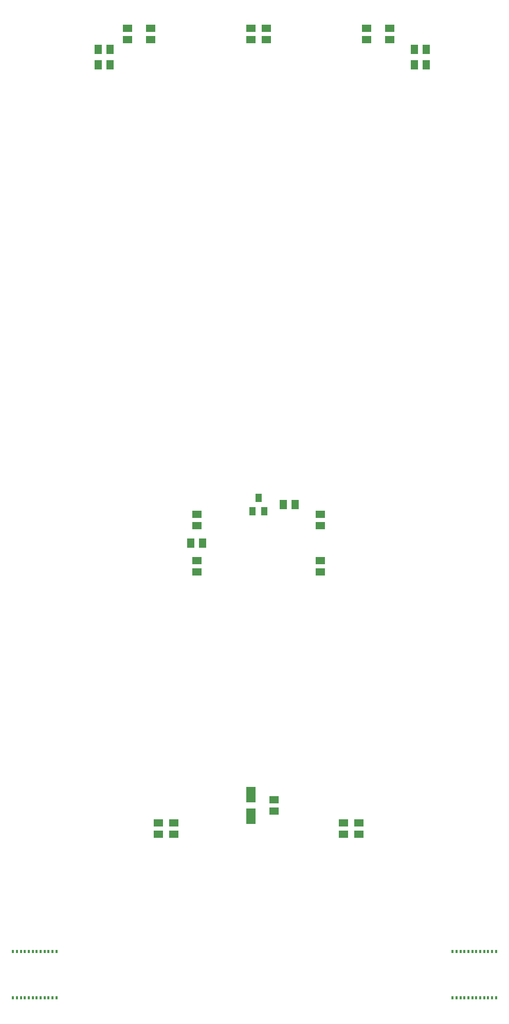
<source format=gbr>
G04 EAGLE Gerber RS-274X export*
G75*
%MOMM*%
%FSLAX34Y34*%
%LPD*%
%INSolderpaste Top*%
%IPPOS*%
%AMOC8*
5,1,8,0,0,1.08239X$1,22.5*%
G01*
%ADD10R,1.500000X1.300000*%
%ADD11R,1.600000X2.600000*%
%ADD12R,1.000000X1.400000*%
%ADD13R,1.300000X1.500000*%
%ADD14R,0.304800X0.609600*%


D10*
X563400Y342500D03*
X563400Y361500D03*
X868200Y342500D03*
X868200Y361500D03*
X588800Y342500D03*
X588800Y361500D03*
D11*
X715800Y372100D03*
X715800Y408100D03*
D10*
X753900Y380600D03*
X753900Y399600D03*
X893600Y342500D03*
X893600Y361500D03*
D12*
X728500Y896400D03*
X738000Y874400D03*
X719000Y874400D03*
D13*
X788800Y885400D03*
X769800Y885400D03*
X985700Y1609300D03*
X1004700Y1609300D03*
X1004700Y1634700D03*
X985700Y1634700D03*
D10*
X906300Y1650600D03*
X906300Y1669600D03*
X944400Y1669600D03*
X944400Y1650600D03*
X741200Y1650600D03*
X741200Y1669600D03*
X715800Y1669600D03*
X715800Y1650600D03*
X550700Y1650600D03*
X550700Y1669600D03*
X512600Y1669600D03*
X512600Y1650600D03*
D13*
X484000Y1634700D03*
X465000Y1634700D03*
X465000Y1609300D03*
X484000Y1609300D03*
D10*
X830100Y793300D03*
X830100Y774300D03*
X626900Y793300D03*
X626900Y774300D03*
D13*
X617400Y821900D03*
X636400Y821900D03*
D10*
X626900Y850500D03*
X626900Y869500D03*
X830100Y869500D03*
X830100Y850500D03*
D14*
X324525Y149700D03*
X331025Y149700D03*
X337525Y149700D03*
X344025Y149700D03*
X350525Y149700D03*
X357025Y149700D03*
X363525Y149700D03*
X370025Y149700D03*
X376525Y149700D03*
X383025Y149700D03*
X389525Y149700D03*
X396025Y149700D03*
X324525Y73500D03*
X331025Y73500D03*
X337525Y73500D03*
X344025Y73500D03*
X350525Y73500D03*
X357025Y73500D03*
X363525Y73500D03*
X370025Y73500D03*
X376525Y73500D03*
X383025Y73500D03*
X389525Y73500D03*
X396025Y73500D03*
X1048425Y149700D03*
X1054925Y149700D03*
X1061425Y149700D03*
X1067925Y149700D03*
X1074425Y149700D03*
X1080925Y149700D03*
X1087425Y149700D03*
X1093925Y149700D03*
X1100425Y149700D03*
X1106925Y149700D03*
X1113425Y149700D03*
X1119925Y149700D03*
X1048425Y73500D03*
X1054925Y73500D03*
X1061425Y73500D03*
X1067925Y73500D03*
X1074425Y73500D03*
X1080925Y73500D03*
X1087425Y73500D03*
X1093925Y73500D03*
X1100425Y73500D03*
X1106925Y73500D03*
X1113425Y73500D03*
X1119925Y73500D03*
M02*

</source>
